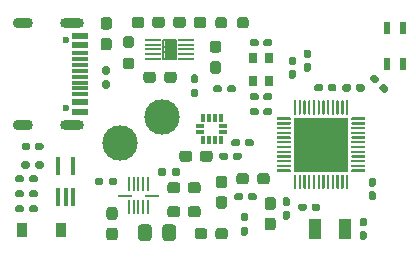
<source format=gbr>
%TF.GenerationSoftware,KiCad,Pcbnew,(5.1.9)-1*%
%TF.CreationDate,2021-05-29T14:53:35+02:00*%
%TF.ProjectId,Speed_sensor,53706565-645f-4736-956e-736f722e6b69,1.0*%
%TF.SameCoordinates,Original*%
%TF.FileFunction,Soldermask,Top*%
%TF.FilePolarity,Negative*%
%FSLAX46Y46*%
G04 Gerber Fmt 4.6, Leading zero omitted, Abs format (unit mm)*
G04 Created by KiCad (PCBNEW (5.1.9)-1) date 2021-05-29 14:53:35*
%MOMM*%
%LPD*%
G01*
G04 APERTURE LIST*
%ADD10C,0.152400*%
%ADD11R,0.400000X1.500000*%
%ADD12R,1.000000X1.800000*%
%ADD13R,0.900000X1.200000*%
%ADD14R,1.400000X0.230000*%
%ADD15R,0.914400X1.498600*%
%ADD16C,0.508000*%
%ADD17R,4.600000X4.600000*%
%ADD18R,0.750000X0.350000*%
%ADD19R,0.350000X0.750000*%
%ADD20R,0.800000X0.900000*%
%ADD21C,3.000000*%
%ADD22O,2.000000X0.900000*%
%ADD23O,1.700000X0.900000*%
%ADD24R,1.460000X0.300000*%
%ADD25C,0.600000*%
%ADD26R,1.460000X0.600000*%
%ADD27R,0.600000X1.000000*%
%ADD28R,0.203200X1.263600*%
%ADD29R,1.263600X0.203200*%
G04 APERTURE END LIST*
D10*
%TO.C,U1*%
X47155100Y-38785800D02*
X48196500Y-38785800D01*
X48196500Y-38785800D02*
X48196500Y-39398600D01*
X48196500Y-39398600D02*
X47155100Y-39398600D01*
X47155100Y-39398600D02*
X47155100Y-38785800D01*
X47155100Y-39798600D02*
X48196500Y-39798600D01*
X48196500Y-39798600D02*
X48196500Y-40411400D01*
X48196500Y-40411400D02*
X47155100Y-40411400D01*
X47155100Y-40411400D02*
X47155100Y-39798600D01*
X47155100Y-38785800D02*
X47475800Y-38785800D01*
X47475800Y-38785800D02*
X47475800Y-40411400D01*
X47475800Y-40411400D02*
X47155100Y-40411400D01*
X47155100Y-40411400D02*
X47155100Y-38785800D01*
X47875800Y-38785800D02*
X48196500Y-38785800D01*
X48196500Y-38785800D02*
X48196500Y-40411400D01*
X48196500Y-40411400D02*
X47875800Y-40411400D01*
X47875800Y-40411400D02*
X47875800Y-38785800D01*
X47675800Y-38849300D02*
X47675800Y-38849300D01*
X47675800Y-38849300D02*
X47675800Y-38849300D01*
X47675800Y-38849300D02*
X47675800Y-38849300D01*
X47675800Y-38849300D02*
X47675800Y-38849300D01*
X47675800Y-38849300D02*
X47675800Y-38849300D01*
X47675800Y-38849300D02*
X47675800Y-38849300D01*
X47675800Y-38849300D02*
X47675800Y-38849300D01*
X47675800Y-38849300D02*
X47675800Y-38849300D01*
X47675800Y-40347900D02*
X47675800Y-40347900D01*
X47675800Y-40347900D02*
X47675800Y-40347900D01*
X47675800Y-40347900D02*
X47675800Y-40347900D01*
X47675800Y-40347900D02*
X47675800Y-40347900D01*
X47675800Y-40347900D02*
X47675800Y-40347900D01*
X47675800Y-40347900D02*
X47675800Y-40347900D01*
X47675800Y-40347900D02*
X47675800Y-40347900D01*
X47675800Y-40347900D02*
X47675800Y-40347900D01*
%TD*%
%TO.C,R2*%
G36*
G01*
X43958500Y-40303000D02*
X44433500Y-40303000D01*
G75*
G02*
X44671000Y-40540500I0J-237500D01*
G01*
X44671000Y-41040500D01*
G75*
G02*
X44433500Y-41278000I-237500J0D01*
G01*
X43958500Y-41278000D01*
G75*
G02*
X43721000Y-41040500I0J237500D01*
G01*
X43721000Y-40540500D01*
G75*
G02*
X43958500Y-40303000I237500J0D01*
G01*
G37*
G36*
G01*
X43958500Y-38478000D02*
X44433500Y-38478000D01*
G75*
G02*
X44671000Y-38715500I0J-237500D01*
G01*
X44671000Y-39215500D01*
G75*
G02*
X44433500Y-39453000I-237500J0D01*
G01*
X43958500Y-39453000D01*
G75*
G02*
X43721000Y-39215500I0J237500D01*
G01*
X43721000Y-38715500D01*
G75*
G02*
X43958500Y-38478000I237500J0D01*
G01*
G37*
%TD*%
%TO.C,C22*%
G36*
G01*
X66175747Y-43051544D02*
X65956544Y-43270747D01*
G75*
G02*
X65737340Y-43270747I-109602J109602D01*
G01*
X65436819Y-42970226D01*
G75*
G02*
X65436819Y-42751022I109602J109602D01*
G01*
X65656022Y-42531819D01*
G75*
G02*
X65875226Y-42531819I109602J-109602D01*
G01*
X66175747Y-42832340D01*
G75*
G02*
X66175747Y-43051544I-109602J-109602D01*
G01*
G37*
G36*
G01*
X65373181Y-42248978D02*
X65153978Y-42468181D01*
G75*
G02*
X64934774Y-42468181I-109602J109602D01*
G01*
X64634253Y-42167660D01*
G75*
G02*
X64634253Y-41948456I109602J109602D01*
G01*
X64853456Y-41729253D01*
G75*
G02*
X65072660Y-41729253I109602J-109602D01*
G01*
X65373181Y-42029774D01*
G75*
G02*
X65373181Y-42248978I-109602J-109602D01*
G01*
G37*
%TD*%
D11*
%TO.C,U6*%
X38212000Y-49470000D03*
X39512000Y-49470000D03*
X39512000Y-52130000D03*
X38862000Y-52130000D03*
X38212000Y-52130000D03*
%TD*%
D12*
%TO.C,Y1*%
X62526000Y-54785000D03*
X60026000Y-54785000D03*
%TD*%
%TO.C,C1*%
G36*
G01*
X46198500Y-37550100D02*
X46198500Y-37075100D01*
G75*
G02*
X46436000Y-36837600I237500J0D01*
G01*
X47036000Y-36837600D01*
G75*
G02*
X47273500Y-37075100I0J-237500D01*
G01*
X47273500Y-37550100D01*
G75*
G02*
X47036000Y-37787600I-237500J0D01*
G01*
X46436000Y-37787600D01*
G75*
G02*
X46198500Y-37550100I0J237500D01*
G01*
G37*
G36*
G01*
X44473500Y-37550100D02*
X44473500Y-37075100D01*
G75*
G02*
X44711000Y-36837600I237500J0D01*
G01*
X45311000Y-36837600D01*
G75*
G02*
X45548500Y-37075100I0J-237500D01*
G01*
X45548500Y-37550100D01*
G75*
G02*
X45311000Y-37787600I-237500J0D01*
G01*
X44711000Y-37787600D01*
G75*
G02*
X44473500Y-37550100I0J237500D01*
G01*
G37*
%TD*%
%TO.C,C2*%
G36*
G01*
X50776500Y-37075100D02*
X50776500Y-37550100D01*
G75*
G02*
X50539000Y-37787600I-237500J0D01*
G01*
X49939000Y-37787600D01*
G75*
G02*
X49701500Y-37550100I0J237500D01*
G01*
X49701500Y-37075100D01*
G75*
G02*
X49939000Y-36837600I237500J0D01*
G01*
X50539000Y-36837600D01*
G75*
G02*
X50776500Y-37075100I0J-237500D01*
G01*
G37*
G36*
G01*
X49051500Y-37075100D02*
X49051500Y-37550100D01*
G75*
G02*
X48814000Y-37787600I-237500J0D01*
G01*
X48214000Y-37787600D01*
G75*
G02*
X47976500Y-37550100I0J237500D01*
G01*
X47976500Y-37075100D01*
G75*
G02*
X48214000Y-36837600I237500J0D01*
G01*
X48814000Y-36837600D01*
G75*
G02*
X49051500Y-37075100I0J-237500D01*
G01*
G37*
%TD*%
%TO.C,C4*%
G36*
G01*
X43036500Y-55756000D02*
X42561500Y-55756000D01*
G75*
G02*
X42324000Y-55518500I0J237500D01*
G01*
X42324000Y-54918500D01*
G75*
G02*
X42561500Y-54681000I237500J0D01*
G01*
X43036500Y-54681000D01*
G75*
G02*
X43274000Y-54918500I0J-237500D01*
G01*
X43274000Y-55518500D01*
G75*
G02*
X43036500Y-55756000I-237500J0D01*
G01*
G37*
G36*
G01*
X43036500Y-54031000D02*
X42561500Y-54031000D01*
G75*
G02*
X42324000Y-53793500I0J237500D01*
G01*
X42324000Y-53193500D01*
G75*
G02*
X42561500Y-52956000I237500J0D01*
G01*
X43036500Y-52956000D01*
G75*
G02*
X43274000Y-53193500I0J-237500D01*
G01*
X43274000Y-53793500D01*
G75*
G02*
X43036500Y-54031000I-237500J0D01*
G01*
G37*
%TD*%
%TO.C,C6*%
G36*
G01*
X49220000Y-51545500D02*
X49220000Y-51070500D01*
G75*
G02*
X49457500Y-50833000I237500J0D01*
G01*
X50057500Y-50833000D01*
G75*
G02*
X50295000Y-51070500I0J-237500D01*
G01*
X50295000Y-51545500D01*
G75*
G02*
X50057500Y-51783000I-237500J0D01*
G01*
X49457500Y-51783000D01*
G75*
G02*
X49220000Y-51545500I0J237500D01*
G01*
G37*
G36*
G01*
X47495000Y-51545500D02*
X47495000Y-51070500D01*
G75*
G02*
X47732500Y-50833000I237500J0D01*
G01*
X48332500Y-50833000D01*
G75*
G02*
X48570000Y-51070500I0J-237500D01*
G01*
X48570000Y-51545500D01*
G75*
G02*
X48332500Y-51783000I-237500J0D01*
G01*
X47732500Y-51783000D01*
G75*
G02*
X47495000Y-51545500I0J237500D01*
G01*
G37*
%TD*%
%TO.C,C7*%
G36*
G01*
X49220000Y-53577500D02*
X49220000Y-53102500D01*
G75*
G02*
X49457500Y-52865000I237500J0D01*
G01*
X50057500Y-52865000D01*
G75*
G02*
X50295000Y-53102500I0J-237500D01*
G01*
X50295000Y-53577500D01*
G75*
G02*
X50057500Y-53815000I-237500J0D01*
G01*
X49457500Y-53815000D01*
G75*
G02*
X49220000Y-53577500I0J237500D01*
G01*
G37*
G36*
G01*
X47495000Y-53577500D02*
X47495000Y-53102500D01*
G75*
G02*
X47732500Y-52865000I237500J0D01*
G01*
X48332500Y-52865000D01*
G75*
G02*
X48570000Y-53102500I0J-237500D01*
G01*
X48570000Y-53577500D01*
G75*
G02*
X48332500Y-53815000I-237500J0D01*
G01*
X47732500Y-53815000D01*
G75*
G02*
X47495000Y-53577500I0J237500D01*
G01*
G37*
%TD*%
%TO.C,C8*%
G36*
G01*
X55958500Y-52115000D02*
X56433500Y-52115000D01*
G75*
G02*
X56671000Y-52352500I0J-237500D01*
G01*
X56671000Y-52952500D01*
G75*
G02*
X56433500Y-53190000I-237500J0D01*
G01*
X55958500Y-53190000D01*
G75*
G02*
X55721000Y-52952500I0J237500D01*
G01*
X55721000Y-52352500D01*
G75*
G02*
X55958500Y-52115000I237500J0D01*
G01*
G37*
G36*
G01*
X55958500Y-53840000D02*
X56433500Y-53840000D01*
G75*
G02*
X56671000Y-54077500I0J-237500D01*
G01*
X56671000Y-54677500D01*
G75*
G02*
X56433500Y-54915000I-237500J0D01*
G01*
X55958500Y-54915000D01*
G75*
G02*
X55721000Y-54677500I0J237500D01*
G01*
X55721000Y-54077500D01*
G75*
G02*
X55958500Y-53840000I237500J0D01*
G01*
G37*
%TD*%
%TO.C,C9*%
G36*
G01*
X64677000Y-51615500D02*
X64987000Y-51615500D01*
G75*
G02*
X65142000Y-51770500I0J-155000D01*
G01*
X65142000Y-52195500D01*
G75*
G02*
X64987000Y-52350500I-155000J0D01*
G01*
X64677000Y-52350500D01*
G75*
G02*
X64522000Y-52195500I0J155000D01*
G01*
X64522000Y-51770500D01*
G75*
G02*
X64677000Y-51615500I155000J0D01*
G01*
G37*
G36*
G01*
X64677000Y-50480500D02*
X64987000Y-50480500D01*
G75*
G02*
X65142000Y-50635500I0J-155000D01*
G01*
X65142000Y-51060500D01*
G75*
G02*
X64987000Y-51215500I-155000J0D01*
G01*
X64677000Y-51215500D01*
G75*
G02*
X64522000Y-51060500I0J155000D01*
G01*
X64522000Y-50635500D01*
G75*
G02*
X64677000Y-50480500I155000J0D01*
G01*
G37*
%TD*%
%TO.C,C10*%
G36*
G01*
X55204000Y-44716000D02*
X55204000Y-45026000D01*
G75*
G02*
X55049000Y-45181000I-155000J0D01*
G01*
X54624000Y-45181000D01*
G75*
G02*
X54469000Y-45026000I0J155000D01*
G01*
X54469000Y-44716000D01*
G75*
G02*
X54624000Y-44561000I155000J0D01*
G01*
X55049000Y-44561000D01*
G75*
G02*
X55204000Y-44716000I0J-155000D01*
G01*
G37*
G36*
G01*
X56339000Y-44716000D02*
X56339000Y-45026000D01*
G75*
G02*
X56184000Y-45181000I-155000J0D01*
G01*
X55759000Y-45181000D01*
G75*
G02*
X55604000Y-45026000I0J155000D01*
G01*
X55604000Y-44716000D01*
G75*
G02*
X55759000Y-44561000I155000J0D01*
G01*
X56184000Y-44561000D01*
G75*
G02*
X56339000Y-44716000I0J-155000D01*
G01*
G37*
%TD*%
%TO.C,C11*%
G36*
G01*
X58215000Y-40948000D02*
X57905000Y-40948000D01*
G75*
G02*
X57750000Y-40793000I0J155000D01*
G01*
X57750000Y-40368000D01*
G75*
G02*
X57905000Y-40213000I155000J0D01*
G01*
X58215000Y-40213000D01*
G75*
G02*
X58370000Y-40368000I0J-155000D01*
G01*
X58370000Y-40793000D01*
G75*
G02*
X58215000Y-40948000I-155000J0D01*
G01*
G37*
G36*
G01*
X58215000Y-42083000D02*
X57905000Y-42083000D01*
G75*
G02*
X57750000Y-41928000I0J155000D01*
G01*
X57750000Y-41503000D01*
G75*
G02*
X57905000Y-41348000I155000J0D01*
G01*
X58215000Y-41348000D01*
G75*
G02*
X58370000Y-41503000I0J-155000D01*
G01*
X58370000Y-41928000D01*
G75*
G02*
X58215000Y-42083000I-155000J0D01*
G01*
G37*
%TD*%
%TO.C,C12*%
G36*
G01*
X59485000Y-41480000D02*
X59175000Y-41480000D01*
G75*
G02*
X59020000Y-41325000I0J155000D01*
G01*
X59020000Y-40900000D01*
G75*
G02*
X59175000Y-40745000I155000J0D01*
G01*
X59485000Y-40745000D01*
G75*
G02*
X59640000Y-40900000I0J-155000D01*
G01*
X59640000Y-41325000D01*
G75*
G02*
X59485000Y-41480000I-155000J0D01*
G01*
G37*
G36*
G01*
X59485000Y-40345000D02*
X59175000Y-40345000D01*
G75*
G02*
X59020000Y-40190000I0J155000D01*
G01*
X59020000Y-39765000D01*
G75*
G02*
X59175000Y-39610000I155000J0D01*
G01*
X59485000Y-39610000D01*
G75*
G02*
X59640000Y-39765000I0J-155000D01*
G01*
X59640000Y-40190000D01*
G75*
G02*
X59485000Y-40345000I-155000J0D01*
G01*
G37*
%TD*%
%TO.C,C13*%
G36*
G01*
X57395000Y-52131000D02*
X57705000Y-52131000D01*
G75*
G02*
X57860000Y-52286000I0J-155000D01*
G01*
X57860000Y-52711000D01*
G75*
G02*
X57705000Y-52866000I-155000J0D01*
G01*
X57395000Y-52866000D01*
G75*
G02*
X57240000Y-52711000I0J155000D01*
G01*
X57240000Y-52286000D01*
G75*
G02*
X57395000Y-52131000I155000J0D01*
G01*
G37*
G36*
G01*
X57395000Y-53266000D02*
X57705000Y-53266000D01*
G75*
G02*
X57860000Y-53421000I0J-155000D01*
G01*
X57860000Y-53846000D01*
G75*
G02*
X57705000Y-54001000I-155000J0D01*
G01*
X57395000Y-54001000D01*
G75*
G02*
X57240000Y-53846000I0J155000D01*
G01*
X57240000Y-53421000D01*
G75*
G02*
X57395000Y-53266000I155000J0D01*
G01*
G37*
%TD*%
%TO.C,C14*%
G36*
G01*
X51832500Y-52014000D02*
X52307500Y-52014000D01*
G75*
G02*
X52545000Y-52251500I0J-237500D01*
G01*
X52545000Y-52851500D01*
G75*
G02*
X52307500Y-53089000I-237500J0D01*
G01*
X51832500Y-53089000D01*
G75*
G02*
X51595000Y-52851500I0J237500D01*
G01*
X51595000Y-52251500D01*
G75*
G02*
X51832500Y-52014000I237500J0D01*
G01*
G37*
G36*
G01*
X51832500Y-50289000D02*
X52307500Y-50289000D01*
G75*
G02*
X52545000Y-50526500I0J-237500D01*
G01*
X52545000Y-51126500D01*
G75*
G02*
X52307500Y-51364000I-237500J0D01*
G01*
X51832500Y-51364000D01*
G75*
G02*
X51595000Y-51126500I0J237500D01*
G01*
X51595000Y-50526500D01*
G75*
G02*
X51832500Y-50289000I237500J0D01*
G01*
G37*
%TD*%
%TO.C,C15*%
G36*
G01*
X60433000Y-52804000D02*
X60433000Y-53114000D01*
G75*
G02*
X60278000Y-53269000I-155000J0D01*
G01*
X59853000Y-53269000D01*
G75*
G02*
X59698000Y-53114000I0J155000D01*
G01*
X59698000Y-52804000D01*
G75*
G02*
X59853000Y-52649000I155000J0D01*
G01*
X60278000Y-52649000D01*
G75*
G02*
X60433000Y-52804000I0J-155000D01*
G01*
G37*
G36*
G01*
X59298000Y-52804000D02*
X59298000Y-53114000D01*
G75*
G02*
X59143000Y-53269000I-155000J0D01*
G01*
X58718000Y-53269000D01*
G75*
G02*
X58563000Y-53114000I0J155000D01*
G01*
X58563000Y-52804000D01*
G75*
G02*
X58718000Y-52649000I155000J0D01*
G01*
X59143000Y-52649000D01*
G75*
G02*
X59298000Y-52804000I0J-155000D01*
G01*
G37*
%TD*%
%TO.C,C16*%
G36*
G01*
X63915000Y-53850000D02*
X64225000Y-53850000D01*
G75*
G02*
X64380000Y-54005000I0J-155000D01*
G01*
X64380000Y-54430000D01*
G75*
G02*
X64225000Y-54585000I-155000J0D01*
G01*
X63915000Y-54585000D01*
G75*
G02*
X63760000Y-54430000I0J155000D01*
G01*
X63760000Y-54005000D01*
G75*
G02*
X63915000Y-53850000I155000J0D01*
G01*
G37*
G36*
G01*
X63915000Y-54985000D02*
X64225000Y-54985000D01*
G75*
G02*
X64380000Y-55140000I0J-155000D01*
G01*
X64380000Y-55565000D01*
G75*
G02*
X64225000Y-55720000I-155000J0D01*
G01*
X63915000Y-55720000D01*
G75*
G02*
X63760000Y-55565000I0J155000D01*
G01*
X63760000Y-55140000D01*
G75*
G02*
X63915000Y-54985000I155000J0D01*
G01*
G37*
%TD*%
%TO.C,C17*%
G36*
G01*
X61064000Y-43003000D02*
X61064000Y-42693000D01*
G75*
G02*
X61219000Y-42538000I155000J0D01*
G01*
X61644000Y-42538000D01*
G75*
G02*
X61799000Y-42693000I0J-155000D01*
G01*
X61799000Y-43003000D01*
G75*
G02*
X61644000Y-43158000I-155000J0D01*
G01*
X61219000Y-43158000D01*
G75*
G02*
X61064000Y-43003000I0J155000D01*
G01*
G37*
G36*
G01*
X59929000Y-43003000D02*
X59929000Y-42693000D01*
G75*
G02*
X60084000Y-42538000I155000J0D01*
G01*
X60509000Y-42538000D01*
G75*
G02*
X60664000Y-42693000I0J-155000D01*
G01*
X60664000Y-43003000D01*
G75*
G02*
X60509000Y-43158000I-155000J0D01*
G01*
X60084000Y-43158000D01*
G75*
G02*
X59929000Y-43003000I0J155000D01*
G01*
G37*
%TD*%
%TO.C,C18*%
G36*
G01*
X54469000Y-39184000D02*
X54469000Y-38874000D01*
G75*
G02*
X54624000Y-38719000I155000J0D01*
G01*
X55049000Y-38719000D01*
G75*
G02*
X55204000Y-38874000I0J-155000D01*
G01*
X55204000Y-39184000D01*
G75*
G02*
X55049000Y-39339000I-155000J0D01*
G01*
X54624000Y-39339000D01*
G75*
G02*
X54469000Y-39184000I0J155000D01*
G01*
G37*
G36*
G01*
X55604000Y-39184000D02*
X55604000Y-38874000D01*
G75*
G02*
X55759000Y-38719000I155000J0D01*
G01*
X56184000Y-38719000D01*
G75*
G02*
X56339000Y-38874000I0J-155000D01*
G01*
X56339000Y-39184000D01*
G75*
G02*
X56184000Y-39339000I-155000J0D01*
G01*
X55759000Y-39339000D01*
G75*
G02*
X55604000Y-39184000I0J155000D01*
G01*
G37*
%TD*%
%TO.C,C19*%
G36*
G01*
X55204000Y-43446000D02*
X55204000Y-43756000D01*
G75*
G02*
X55049000Y-43911000I-155000J0D01*
G01*
X54624000Y-43911000D01*
G75*
G02*
X54469000Y-43756000I0J155000D01*
G01*
X54469000Y-43446000D01*
G75*
G02*
X54624000Y-43291000I155000J0D01*
G01*
X55049000Y-43291000D01*
G75*
G02*
X55204000Y-43446000I0J-155000D01*
G01*
G37*
G36*
G01*
X56339000Y-43446000D02*
X56339000Y-43756000D01*
G75*
G02*
X56184000Y-43911000I-155000J0D01*
G01*
X55759000Y-43911000D01*
G75*
G02*
X55604000Y-43756000I0J155000D01*
G01*
X55604000Y-43446000D01*
G75*
G02*
X55759000Y-43291000I155000J0D01*
G01*
X56184000Y-43291000D01*
G75*
G02*
X56339000Y-43446000I0J-155000D01*
G01*
G37*
%TD*%
%TO.C,C20*%
G36*
G01*
X51897000Y-48796000D02*
X51897000Y-48486000D01*
G75*
G02*
X52052000Y-48331000I155000J0D01*
G01*
X52477000Y-48331000D01*
G75*
G02*
X52632000Y-48486000I0J-155000D01*
G01*
X52632000Y-48796000D01*
G75*
G02*
X52477000Y-48951000I-155000J0D01*
G01*
X52052000Y-48951000D01*
G75*
G02*
X51897000Y-48796000I0J155000D01*
G01*
G37*
G36*
G01*
X53032000Y-48796000D02*
X53032000Y-48486000D01*
G75*
G02*
X53187000Y-48331000I155000J0D01*
G01*
X53612000Y-48331000D01*
G75*
G02*
X53767000Y-48486000I0J-155000D01*
G01*
X53767000Y-48796000D01*
G75*
G02*
X53612000Y-48951000I-155000J0D01*
G01*
X53187000Y-48951000D01*
G75*
G02*
X53032000Y-48796000I0J155000D01*
G01*
G37*
%TD*%
%TO.C,C21*%
G36*
G01*
X51311000Y-48403500D02*
X51311000Y-48878500D01*
G75*
G02*
X51073500Y-49116000I-237500J0D01*
G01*
X50473500Y-49116000D01*
G75*
G02*
X50236000Y-48878500I0J237500D01*
G01*
X50236000Y-48403500D01*
G75*
G02*
X50473500Y-48166000I237500J0D01*
G01*
X51073500Y-48166000D01*
G75*
G02*
X51311000Y-48403500I0J-237500D01*
G01*
G37*
G36*
G01*
X49586000Y-48403500D02*
X49586000Y-48878500D01*
G75*
G02*
X49348500Y-49116000I-237500J0D01*
G01*
X48748500Y-49116000D01*
G75*
G02*
X48511000Y-48878500I0J237500D01*
G01*
X48511000Y-48403500D01*
G75*
G02*
X48748500Y-48166000I237500J0D01*
G01*
X49348500Y-48166000D01*
G75*
G02*
X49586000Y-48403500I0J-237500D01*
G01*
G37*
%TD*%
%TO.C,D1*%
G36*
G01*
X42545500Y-39674000D02*
X42070500Y-39674000D01*
G75*
G02*
X41833000Y-39436500I0J237500D01*
G01*
X41833000Y-38861500D01*
G75*
G02*
X42070500Y-38624000I237500J0D01*
G01*
X42545500Y-38624000D01*
G75*
G02*
X42783000Y-38861500I0J-237500D01*
G01*
X42783000Y-39436500D01*
G75*
G02*
X42545500Y-39674000I-237500J0D01*
G01*
G37*
G36*
G01*
X42545500Y-37924000D02*
X42070500Y-37924000D01*
G75*
G02*
X41833000Y-37686500I0J237500D01*
G01*
X41833000Y-37111500D01*
G75*
G02*
X42070500Y-36874000I237500J0D01*
G01*
X42545500Y-36874000D01*
G75*
G02*
X42783000Y-37111500I0J-237500D01*
G01*
X42783000Y-37686500D01*
G75*
G02*
X42545500Y-37924000I-237500J0D01*
G01*
G37*
%TD*%
%TO.C,D2*%
G36*
G01*
X45463000Y-42198300D02*
X45463000Y-41723300D01*
G75*
G02*
X45700500Y-41485800I237500J0D01*
G01*
X46275500Y-41485800D01*
G75*
G02*
X46513000Y-41723300I0J-237500D01*
G01*
X46513000Y-42198300D01*
G75*
G02*
X46275500Y-42435800I-237500J0D01*
G01*
X45700500Y-42435800D01*
G75*
G02*
X45463000Y-42198300I0J237500D01*
G01*
G37*
G36*
G01*
X47213000Y-42198300D02*
X47213000Y-41723300D01*
G75*
G02*
X47450500Y-41485800I237500J0D01*
G01*
X48025500Y-41485800D01*
G75*
G02*
X48263000Y-41723300I0J-237500D01*
G01*
X48263000Y-42198300D01*
G75*
G02*
X48025500Y-42435800I-237500J0D01*
G01*
X47450500Y-42435800D01*
G75*
G02*
X47213000Y-42198300I0J237500D01*
G01*
G37*
%TD*%
%TO.C,D3*%
G36*
G01*
X51324500Y-40597600D02*
X51799500Y-40597600D01*
G75*
G02*
X52037000Y-40835100I0J-237500D01*
G01*
X52037000Y-41410100D01*
G75*
G02*
X51799500Y-41647600I-237500J0D01*
G01*
X51324500Y-41647600D01*
G75*
G02*
X51087000Y-41410100I0J237500D01*
G01*
X51087000Y-40835100D01*
G75*
G02*
X51324500Y-40597600I237500J0D01*
G01*
G37*
G36*
G01*
X51324500Y-38847600D02*
X51799500Y-38847600D01*
G75*
G02*
X52037000Y-39085100I0J-237500D01*
G01*
X52037000Y-39660100D01*
G75*
G02*
X51799500Y-39897600I-237500J0D01*
G01*
X51324500Y-39897600D01*
G75*
G02*
X51087000Y-39660100I0J237500D01*
G01*
X51087000Y-39085100D01*
G75*
G02*
X51324500Y-38847600I237500J0D01*
G01*
G37*
%TD*%
D13*
%TO.C,D4*%
X38480000Y-54864000D03*
X35180000Y-54864000D03*
%TD*%
%TO.C,D5*%
G36*
G01*
X50850000Y-54962500D02*
X50850000Y-55437500D01*
G75*
G02*
X50612500Y-55675000I-237500J0D01*
G01*
X50037500Y-55675000D01*
G75*
G02*
X49800000Y-55437500I0J237500D01*
G01*
X49800000Y-54962500D01*
G75*
G02*
X50037500Y-54725000I237500J0D01*
G01*
X50612500Y-54725000D01*
G75*
G02*
X50850000Y-54962500I0J-237500D01*
G01*
G37*
G36*
G01*
X52600000Y-54962500D02*
X52600000Y-55437500D01*
G75*
G02*
X52362500Y-55675000I-237500J0D01*
G01*
X51787500Y-55675000D01*
G75*
G02*
X51550000Y-55437500I0J237500D01*
G01*
X51550000Y-54962500D01*
G75*
G02*
X51787500Y-54725000I237500J0D01*
G01*
X52362500Y-54725000D01*
G75*
G02*
X52600000Y-54962500I0J-237500D01*
G01*
G37*
%TD*%
%TO.C,L2*%
G36*
G01*
X55057000Y-51910000D02*
X55057000Y-52230000D01*
G75*
G02*
X54897000Y-52390000I-160000J0D01*
G01*
X54452000Y-52390000D01*
G75*
G02*
X54292000Y-52230000I0J160000D01*
G01*
X54292000Y-51910000D01*
G75*
G02*
X54452000Y-51750000I160000J0D01*
G01*
X54897000Y-51750000D01*
G75*
G02*
X55057000Y-51910000I0J-160000D01*
G01*
G37*
G36*
G01*
X53912000Y-51910000D02*
X53912000Y-52230000D01*
G75*
G02*
X53752000Y-52390000I-160000J0D01*
G01*
X53307000Y-52390000D01*
G75*
G02*
X53147000Y-52230000I0J160000D01*
G01*
X53147000Y-51910000D01*
G75*
G02*
X53307000Y-51750000I160000J0D01*
G01*
X53752000Y-51750000D01*
G75*
G02*
X53912000Y-51910000I0J-160000D01*
G01*
G37*
%TD*%
%TO.C,L3*%
G36*
G01*
X56137000Y-50308500D02*
X56137000Y-50783500D01*
G75*
G02*
X55899500Y-51021000I-237500J0D01*
G01*
X55324500Y-51021000D01*
G75*
G02*
X55087000Y-50783500I0J237500D01*
G01*
X55087000Y-50308500D01*
G75*
G02*
X55324500Y-50071000I237500J0D01*
G01*
X55899500Y-50071000D01*
G75*
G02*
X56137000Y-50308500I0J-237500D01*
G01*
G37*
G36*
G01*
X54387000Y-50308500D02*
X54387000Y-50783500D01*
G75*
G02*
X54149500Y-51021000I-237500J0D01*
G01*
X53574500Y-51021000D01*
G75*
G02*
X53337000Y-50783500I0J237500D01*
G01*
X53337000Y-50308500D01*
G75*
G02*
X53574500Y-50071000I237500J0D01*
G01*
X54149500Y-50071000D01*
G75*
G02*
X54387000Y-50308500I0J-237500D01*
G01*
G37*
%TD*%
%TO.C,L4*%
G36*
G01*
X63056000Y-42688000D02*
X63056000Y-43008000D01*
G75*
G02*
X62896000Y-43168000I-160000J0D01*
G01*
X62451000Y-43168000D01*
G75*
G02*
X62291000Y-43008000I0J160000D01*
G01*
X62291000Y-42688000D01*
G75*
G02*
X62451000Y-42528000I160000J0D01*
G01*
X62896000Y-42528000D01*
G75*
G02*
X63056000Y-42688000I0J-160000D01*
G01*
G37*
G36*
G01*
X64201000Y-42688000D02*
X64201000Y-43008000D01*
G75*
G02*
X64041000Y-43168000I-160000J0D01*
G01*
X63596000Y-43168000D01*
G75*
G02*
X63436000Y-43008000I0J160000D01*
G01*
X63436000Y-42688000D01*
G75*
G02*
X63596000Y-42528000I160000J0D01*
G01*
X64041000Y-42528000D01*
G75*
G02*
X64201000Y-42688000I0J-160000D01*
G01*
G37*
%TD*%
%TO.C,R3*%
G36*
G01*
X54357100Y-37100500D02*
X54357100Y-37575500D01*
G75*
G02*
X54119600Y-37813000I-237500J0D01*
G01*
X53619600Y-37813000D01*
G75*
G02*
X53382100Y-37575500I0J237500D01*
G01*
X53382100Y-37100500D01*
G75*
G02*
X53619600Y-36863000I237500J0D01*
G01*
X54119600Y-36863000D01*
G75*
G02*
X54357100Y-37100500I0J-237500D01*
G01*
G37*
G36*
G01*
X52532100Y-37100500D02*
X52532100Y-37575500D01*
G75*
G02*
X52294600Y-37813000I-237500J0D01*
G01*
X51794600Y-37813000D01*
G75*
G02*
X51557100Y-37575500I0J237500D01*
G01*
X51557100Y-37100500D01*
G75*
G02*
X51794600Y-36863000I237500J0D01*
G01*
X52294600Y-36863000D01*
G75*
G02*
X52532100Y-37100500I0J-237500D01*
G01*
G37*
%TD*%
%TO.C,R6*%
G36*
G01*
X34605000Y-53246000D02*
X34605000Y-52926000D01*
G75*
G02*
X34765000Y-52766000I160000J0D01*
G01*
X35160000Y-52766000D01*
G75*
G02*
X35320000Y-52926000I0J-160000D01*
G01*
X35320000Y-53246000D01*
G75*
G02*
X35160000Y-53406000I-160000J0D01*
G01*
X34765000Y-53406000D01*
G75*
G02*
X34605000Y-53246000I0J160000D01*
G01*
G37*
G36*
G01*
X35800000Y-53246000D02*
X35800000Y-52926000D01*
G75*
G02*
X35960000Y-52766000I160000J0D01*
G01*
X36355000Y-52766000D01*
G75*
G02*
X36515000Y-52926000I0J-160000D01*
G01*
X36515000Y-53246000D01*
G75*
G02*
X36355000Y-53406000I-160000J0D01*
G01*
X35960000Y-53406000D01*
G75*
G02*
X35800000Y-53246000I0J160000D01*
G01*
G37*
%TD*%
%TO.C,R7*%
G36*
G01*
X35800000Y-51976000D02*
X35800000Y-51656000D01*
G75*
G02*
X35960000Y-51496000I160000J0D01*
G01*
X36355000Y-51496000D01*
G75*
G02*
X36515000Y-51656000I0J-160000D01*
G01*
X36515000Y-51976000D01*
G75*
G02*
X36355000Y-52136000I-160000J0D01*
G01*
X35960000Y-52136000D01*
G75*
G02*
X35800000Y-51976000I0J160000D01*
G01*
G37*
G36*
G01*
X34605000Y-51976000D02*
X34605000Y-51656000D01*
G75*
G02*
X34765000Y-51496000I160000J0D01*
G01*
X35160000Y-51496000D01*
G75*
G02*
X35320000Y-51656000I0J-160000D01*
G01*
X35320000Y-51976000D01*
G75*
G02*
X35160000Y-52136000I-160000J0D01*
G01*
X34765000Y-52136000D01*
G75*
G02*
X34605000Y-51976000I0J160000D01*
G01*
G37*
%TD*%
%TO.C,R8*%
G36*
G01*
X36515000Y-50386000D02*
X36515000Y-50706000D01*
G75*
G02*
X36355000Y-50866000I-160000J0D01*
G01*
X35960000Y-50866000D01*
G75*
G02*
X35800000Y-50706000I0J160000D01*
G01*
X35800000Y-50386000D01*
G75*
G02*
X35960000Y-50226000I160000J0D01*
G01*
X36355000Y-50226000D01*
G75*
G02*
X36515000Y-50386000I0J-160000D01*
G01*
G37*
G36*
G01*
X35320000Y-50386000D02*
X35320000Y-50706000D01*
G75*
G02*
X35160000Y-50866000I-160000J0D01*
G01*
X34765000Y-50866000D01*
G75*
G02*
X34605000Y-50706000I0J160000D01*
G01*
X34605000Y-50386000D01*
G75*
G02*
X34765000Y-50226000I160000J0D01*
G01*
X35160000Y-50226000D01*
G75*
G02*
X35320000Y-50386000I0J-160000D01*
G01*
G37*
%TD*%
%TO.C,R9*%
G36*
G01*
X37023000Y-49243000D02*
X37023000Y-49563000D01*
G75*
G02*
X36863000Y-49723000I-160000J0D01*
G01*
X36468000Y-49723000D01*
G75*
G02*
X36308000Y-49563000I0J160000D01*
G01*
X36308000Y-49243000D01*
G75*
G02*
X36468000Y-49083000I160000J0D01*
G01*
X36863000Y-49083000D01*
G75*
G02*
X37023000Y-49243000I0J-160000D01*
G01*
G37*
G36*
G01*
X35828000Y-49243000D02*
X35828000Y-49563000D01*
G75*
G02*
X35668000Y-49723000I-160000J0D01*
G01*
X35273000Y-49723000D01*
G75*
G02*
X35113000Y-49563000I0J160000D01*
G01*
X35113000Y-49243000D01*
G75*
G02*
X35273000Y-49083000I160000J0D01*
G01*
X35668000Y-49083000D01*
G75*
G02*
X35828000Y-49243000I0J-160000D01*
G01*
G37*
%TD*%
%TO.C,R10*%
G36*
G01*
X42051000Y-50640000D02*
X42051000Y-50960000D01*
G75*
G02*
X41891000Y-51120000I-160000J0D01*
G01*
X41496000Y-51120000D01*
G75*
G02*
X41336000Y-50960000I0J160000D01*
G01*
X41336000Y-50640000D01*
G75*
G02*
X41496000Y-50480000I160000J0D01*
G01*
X41891000Y-50480000D01*
G75*
G02*
X42051000Y-50640000I0J-160000D01*
G01*
G37*
G36*
G01*
X43246000Y-50640000D02*
X43246000Y-50960000D01*
G75*
G02*
X43086000Y-51120000I-160000J0D01*
G01*
X42691000Y-51120000D01*
G75*
G02*
X42531000Y-50960000I0J160000D01*
G01*
X42531000Y-50640000D01*
G75*
G02*
X42691000Y-50480000I160000J0D01*
G01*
X43086000Y-50480000D01*
G75*
G02*
X43246000Y-50640000I0J-160000D01*
G01*
G37*
%TD*%
%TO.C,R12*%
G36*
G01*
X47865000Y-50134500D02*
X47865000Y-49814500D01*
G75*
G02*
X48025000Y-49654500I160000J0D01*
G01*
X48420000Y-49654500D01*
G75*
G02*
X48580000Y-49814500I0J-160000D01*
G01*
X48580000Y-50134500D01*
G75*
G02*
X48420000Y-50294500I-160000J0D01*
G01*
X48025000Y-50294500D01*
G75*
G02*
X47865000Y-50134500I0J160000D01*
G01*
G37*
G36*
G01*
X46670000Y-50134500D02*
X46670000Y-49814500D01*
G75*
G02*
X46830000Y-49654500I160000J0D01*
G01*
X47225000Y-49654500D01*
G75*
G02*
X47385000Y-49814500I0J-160000D01*
G01*
X47385000Y-50134500D01*
G75*
G02*
X47225000Y-50294500I-160000J0D01*
G01*
X46830000Y-50294500D01*
G75*
G02*
X46670000Y-50134500I0J160000D01*
G01*
G37*
%TD*%
D14*
%TO.C,U1*%
X46275800Y-38798599D03*
X46275800Y-39198601D03*
X46275800Y-39598600D03*
X46275800Y-39998599D03*
X46275800Y-40398601D03*
X49075800Y-40398601D03*
X49075800Y-39998599D03*
X49075800Y-39598600D03*
X49075800Y-39198601D03*
X49075800Y-38798599D03*
D15*
X47675800Y-39598600D03*
D16*
X47675800Y-39598600D03*
%TD*%
%TO.C,U4*%
G36*
G01*
X58351300Y-51412840D02*
X58251300Y-51412840D01*
G75*
G02*
X58201300Y-51362840I0J50000D01*
G01*
X58201300Y-50262840D01*
G75*
G02*
X58251300Y-50212840I50000J0D01*
G01*
X58351300Y-50212840D01*
G75*
G02*
X58401300Y-50262840I0J-50000D01*
G01*
X58401300Y-51362840D01*
G75*
G02*
X58351300Y-51412840I-50000J0D01*
G01*
G37*
G36*
G01*
X58751300Y-51412840D02*
X58651300Y-51412840D01*
G75*
G02*
X58601300Y-51362840I0J50000D01*
G01*
X58601300Y-50262840D01*
G75*
G02*
X58651300Y-50212840I50000J0D01*
G01*
X58751300Y-50212840D01*
G75*
G02*
X58801300Y-50262840I0J-50000D01*
G01*
X58801300Y-51362840D01*
G75*
G02*
X58751300Y-51412840I-50000J0D01*
G01*
G37*
G36*
G01*
X59151300Y-51412840D02*
X59051300Y-51412840D01*
G75*
G02*
X59001300Y-51362840I0J50000D01*
G01*
X59001300Y-50262840D01*
G75*
G02*
X59051300Y-50212840I50000J0D01*
G01*
X59151300Y-50212840D01*
G75*
G02*
X59201300Y-50262840I0J-50000D01*
G01*
X59201300Y-51362840D01*
G75*
G02*
X59151300Y-51412840I-50000J0D01*
G01*
G37*
G36*
G01*
X59551300Y-51412840D02*
X59451300Y-51412840D01*
G75*
G02*
X59401300Y-51362840I0J50000D01*
G01*
X59401300Y-50262840D01*
G75*
G02*
X59451300Y-50212840I50000J0D01*
G01*
X59551300Y-50212840D01*
G75*
G02*
X59601300Y-50262840I0J-50000D01*
G01*
X59601300Y-51362840D01*
G75*
G02*
X59551300Y-51412840I-50000J0D01*
G01*
G37*
G36*
G01*
X59951300Y-51412840D02*
X59851300Y-51412840D01*
G75*
G02*
X59801300Y-51362840I0J50000D01*
G01*
X59801300Y-50262840D01*
G75*
G02*
X59851300Y-50212840I50000J0D01*
G01*
X59951300Y-50212840D01*
G75*
G02*
X60001300Y-50262840I0J-50000D01*
G01*
X60001300Y-51362840D01*
G75*
G02*
X59951300Y-51412840I-50000J0D01*
G01*
G37*
G36*
G01*
X60351300Y-51412840D02*
X60251300Y-51412840D01*
G75*
G02*
X60201300Y-51362840I0J50000D01*
G01*
X60201300Y-50262840D01*
G75*
G02*
X60251300Y-50212840I50000J0D01*
G01*
X60351300Y-50212840D01*
G75*
G02*
X60401300Y-50262840I0J-50000D01*
G01*
X60401300Y-51362840D01*
G75*
G02*
X60351300Y-51412840I-50000J0D01*
G01*
G37*
G36*
G01*
X60751300Y-51412840D02*
X60651300Y-51412840D01*
G75*
G02*
X60601300Y-51362840I0J50000D01*
G01*
X60601300Y-50262840D01*
G75*
G02*
X60651300Y-50212840I50000J0D01*
G01*
X60751300Y-50212840D01*
G75*
G02*
X60801300Y-50262840I0J-50000D01*
G01*
X60801300Y-51362840D01*
G75*
G02*
X60751300Y-51412840I-50000J0D01*
G01*
G37*
G36*
G01*
X61151300Y-51412840D02*
X61051300Y-51412840D01*
G75*
G02*
X61001300Y-51362840I0J50000D01*
G01*
X61001300Y-50262840D01*
G75*
G02*
X61051300Y-50212840I50000J0D01*
G01*
X61151300Y-50212840D01*
G75*
G02*
X61201300Y-50262840I0J-50000D01*
G01*
X61201300Y-51362840D01*
G75*
G02*
X61151300Y-51412840I-50000J0D01*
G01*
G37*
G36*
G01*
X61551300Y-51412840D02*
X61451300Y-51412840D01*
G75*
G02*
X61401300Y-51362840I0J50000D01*
G01*
X61401300Y-50262840D01*
G75*
G02*
X61451300Y-50212840I50000J0D01*
G01*
X61551300Y-50212840D01*
G75*
G02*
X61601300Y-50262840I0J-50000D01*
G01*
X61601300Y-51362840D01*
G75*
G02*
X61551300Y-51412840I-50000J0D01*
G01*
G37*
G36*
G01*
X61951300Y-51412840D02*
X61851300Y-51412840D01*
G75*
G02*
X61801300Y-51362840I0J50000D01*
G01*
X61801300Y-50262840D01*
G75*
G02*
X61851300Y-50212840I50000J0D01*
G01*
X61951300Y-50212840D01*
G75*
G02*
X62001300Y-50262840I0J-50000D01*
G01*
X62001300Y-51362840D01*
G75*
G02*
X61951300Y-51412840I-50000J0D01*
G01*
G37*
G36*
G01*
X62351300Y-51412840D02*
X62251300Y-51412840D01*
G75*
G02*
X62201300Y-51362840I0J50000D01*
G01*
X62201300Y-50262840D01*
G75*
G02*
X62251300Y-50212840I50000J0D01*
G01*
X62351300Y-50212840D01*
G75*
G02*
X62401300Y-50262840I0J-50000D01*
G01*
X62401300Y-51362840D01*
G75*
G02*
X62351300Y-51412840I-50000J0D01*
G01*
G37*
G36*
G01*
X62751300Y-51412840D02*
X62651300Y-51412840D01*
G75*
G02*
X62601300Y-51362840I0J50000D01*
G01*
X62601300Y-50262840D01*
G75*
G02*
X62651300Y-50212840I50000J0D01*
G01*
X62751300Y-50212840D01*
G75*
G02*
X62801300Y-50262840I0J-50000D01*
G01*
X62801300Y-51362840D01*
G75*
G02*
X62751300Y-51412840I-50000J0D01*
G01*
G37*
G36*
G01*
X64201300Y-49962840D02*
X63101300Y-49962840D01*
G75*
G02*
X63051300Y-49912840I0J50000D01*
G01*
X63051300Y-49812840D01*
G75*
G02*
X63101300Y-49762840I50000J0D01*
G01*
X64201300Y-49762840D01*
G75*
G02*
X64251300Y-49812840I0J-50000D01*
G01*
X64251300Y-49912840D01*
G75*
G02*
X64201300Y-49962840I-50000J0D01*
G01*
G37*
G36*
G01*
X64201300Y-49562840D02*
X63101300Y-49562840D01*
G75*
G02*
X63051300Y-49512840I0J50000D01*
G01*
X63051300Y-49412840D01*
G75*
G02*
X63101300Y-49362840I50000J0D01*
G01*
X64201300Y-49362840D01*
G75*
G02*
X64251300Y-49412840I0J-50000D01*
G01*
X64251300Y-49512840D01*
G75*
G02*
X64201300Y-49562840I-50000J0D01*
G01*
G37*
G36*
G01*
X64201300Y-49162840D02*
X63101300Y-49162840D01*
G75*
G02*
X63051300Y-49112840I0J50000D01*
G01*
X63051300Y-49012840D01*
G75*
G02*
X63101300Y-48962840I50000J0D01*
G01*
X64201300Y-48962840D01*
G75*
G02*
X64251300Y-49012840I0J-50000D01*
G01*
X64251300Y-49112840D01*
G75*
G02*
X64201300Y-49162840I-50000J0D01*
G01*
G37*
G36*
G01*
X64201300Y-48762840D02*
X63101300Y-48762840D01*
G75*
G02*
X63051300Y-48712840I0J50000D01*
G01*
X63051300Y-48612840D01*
G75*
G02*
X63101300Y-48562840I50000J0D01*
G01*
X64201300Y-48562840D01*
G75*
G02*
X64251300Y-48612840I0J-50000D01*
G01*
X64251300Y-48712840D01*
G75*
G02*
X64201300Y-48762840I-50000J0D01*
G01*
G37*
G36*
G01*
X64201300Y-48362840D02*
X63101300Y-48362840D01*
G75*
G02*
X63051300Y-48312840I0J50000D01*
G01*
X63051300Y-48212840D01*
G75*
G02*
X63101300Y-48162840I50000J0D01*
G01*
X64201300Y-48162840D01*
G75*
G02*
X64251300Y-48212840I0J-50000D01*
G01*
X64251300Y-48312840D01*
G75*
G02*
X64201300Y-48362840I-50000J0D01*
G01*
G37*
G36*
G01*
X64201300Y-47962840D02*
X63101300Y-47962840D01*
G75*
G02*
X63051300Y-47912840I0J50000D01*
G01*
X63051300Y-47812840D01*
G75*
G02*
X63101300Y-47762840I50000J0D01*
G01*
X64201300Y-47762840D01*
G75*
G02*
X64251300Y-47812840I0J-50000D01*
G01*
X64251300Y-47912840D01*
G75*
G02*
X64201300Y-47962840I-50000J0D01*
G01*
G37*
G36*
G01*
X64201300Y-47562840D02*
X63101300Y-47562840D01*
G75*
G02*
X63051300Y-47512840I0J50000D01*
G01*
X63051300Y-47412840D01*
G75*
G02*
X63101300Y-47362840I50000J0D01*
G01*
X64201300Y-47362840D01*
G75*
G02*
X64251300Y-47412840I0J-50000D01*
G01*
X64251300Y-47512840D01*
G75*
G02*
X64201300Y-47562840I-50000J0D01*
G01*
G37*
G36*
G01*
X64201300Y-47162840D02*
X63101300Y-47162840D01*
G75*
G02*
X63051300Y-47112840I0J50000D01*
G01*
X63051300Y-47012840D01*
G75*
G02*
X63101300Y-46962840I50000J0D01*
G01*
X64201300Y-46962840D01*
G75*
G02*
X64251300Y-47012840I0J-50000D01*
G01*
X64251300Y-47112840D01*
G75*
G02*
X64201300Y-47162840I-50000J0D01*
G01*
G37*
G36*
G01*
X64201300Y-46762840D02*
X63101300Y-46762840D01*
G75*
G02*
X63051300Y-46712840I0J50000D01*
G01*
X63051300Y-46612840D01*
G75*
G02*
X63101300Y-46562840I50000J0D01*
G01*
X64201300Y-46562840D01*
G75*
G02*
X64251300Y-46612840I0J-50000D01*
G01*
X64251300Y-46712840D01*
G75*
G02*
X64201300Y-46762840I-50000J0D01*
G01*
G37*
G36*
G01*
X64201300Y-46362840D02*
X63101300Y-46362840D01*
G75*
G02*
X63051300Y-46312840I0J50000D01*
G01*
X63051300Y-46212840D01*
G75*
G02*
X63101300Y-46162840I50000J0D01*
G01*
X64201300Y-46162840D01*
G75*
G02*
X64251300Y-46212840I0J-50000D01*
G01*
X64251300Y-46312840D01*
G75*
G02*
X64201300Y-46362840I-50000J0D01*
G01*
G37*
G36*
G01*
X64201300Y-45962840D02*
X63101300Y-45962840D01*
G75*
G02*
X63051300Y-45912840I0J50000D01*
G01*
X63051300Y-45812840D01*
G75*
G02*
X63101300Y-45762840I50000J0D01*
G01*
X64201300Y-45762840D01*
G75*
G02*
X64251300Y-45812840I0J-50000D01*
G01*
X64251300Y-45912840D01*
G75*
G02*
X64201300Y-45962840I-50000J0D01*
G01*
G37*
G36*
G01*
X64201300Y-45562840D02*
X63101300Y-45562840D01*
G75*
G02*
X63051300Y-45512840I0J50000D01*
G01*
X63051300Y-45412840D01*
G75*
G02*
X63101300Y-45362840I50000J0D01*
G01*
X64201300Y-45362840D01*
G75*
G02*
X64251300Y-45412840I0J-50000D01*
G01*
X64251300Y-45512840D01*
G75*
G02*
X64201300Y-45562840I-50000J0D01*
G01*
G37*
G36*
G01*
X62751300Y-45112840D02*
X62651300Y-45112840D01*
G75*
G02*
X62601300Y-45062840I0J50000D01*
G01*
X62601300Y-43962840D01*
G75*
G02*
X62651300Y-43912840I50000J0D01*
G01*
X62751300Y-43912840D01*
G75*
G02*
X62801300Y-43962840I0J-50000D01*
G01*
X62801300Y-45062840D01*
G75*
G02*
X62751300Y-45112840I-50000J0D01*
G01*
G37*
G36*
G01*
X62351300Y-45112840D02*
X62251300Y-45112840D01*
G75*
G02*
X62201300Y-45062840I0J50000D01*
G01*
X62201300Y-43962840D01*
G75*
G02*
X62251300Y-43912840I50000J0D01*
G01*
X62351300Y-43912840D01*
G75*
G02*
X62401300Y-43962840I0J-50000D01*
G01*
X62401300Y-45062840D01*
G75*
G02*
X62351300Y-45112840I-50000J0D01*
G01*
G37*
G36*
G01*
X61951300Y-45112840D02*
X61851300Y-45112840D01*
G75*
G02*
X61801300Y-45062840I0J50000D01*
G01*
X61801300Y-43962840D01*
G75*
G02*
X61851300Y-43912840I50000J0D01*
G01*
X61951300Y-43912840D01*
G75*
G02*
X62001300Y-43962840I0J-50000D01*
G01*
X62001300Y-45062840D01*
G75*
G02*
X61951300Y-45112840I-50000J0D01*
G01*
G37*
G36*
G01*
X61551300Y-45112840D02*
X61451300Y-45112840D01*
G75*
G02*
X61401300Y-45062840I0J50000D01*
G01*
X61401300Y-43962840D01*
G75*
G02*
X61451300Y-43912840I50000J0D01*
G01*
X61551300Y-43912840D01*
G75*
G02*
X61601300Y-43962840I0J-50000D01*
G01*
X61601300Y-45062840D01*
G75*
G02*
X61551300Y-45112840I-50000J0D01*
G01*
G37*
G36*
G01*
X61151300Y-45112840D02*
X61051300Y-45112840D01*
G75*
G02*
X61001300Y-45062840I0J50000D01*
G01*
X61001300Y-43962840D01*
G75*
G02*
X61051300Y-43912840I50000J0D01*
G01*
X61151300Y-43912840D01*
G75*
G02*
X61201300Y-43962840I0J-50000D01*
G01*
X61201300Y-45062840D01*
G75*
G02*
X61151300Y-45112840I-50000J0D01*
G01*
G37*
G36*
G01*
X60751300Y-45112840D02*
X60651300Y-45112840D01*
G75*
G02*
X60601300Y-45062840I0J50000D01*
G01*
X60601300Y-43962840D01*
G75*
G02*
X60651300Y-43912840I50000J0D01*
G01*
X60751300Y-43912840D01*
G75*
G02*
X60801300Y-43962840I0J-50000D01*
G01*
X60801300Y-45062840D01*
G75*
G02*
X60751300Y-45112840I-50000J0D01*
G01*
G37*
G36*
G01*
X60351300Y-45112840D02*
X60251300Y-45112840D01*
G75*
G02*
X60201300Y-45062840I0J50000D01*
G01*
X60201300Y-43962840D01*
G75*
G02*
X60251300Y-43912840I50000J0D01*
G01*
X60351300Y-43912840D01*
G75*
G02*
X60401300Y-43962840I0J-50000D01*
G01*
X60401300Y-45062840D01*
G75*
G02*
X60351300Y-45112840I-50000J0D01*
G01*
G37*
G36*
G01*
X59951300Y-45112840D02*
X59851300Y-45112840D01*
G75*
G02*
X59801300Y-45062840I0J50000D01*
G01*
X59801300Y-43962840D01*
G75*
G02*
X59851300Y-43912840I50000J0D01*
G01*
X59951300Y-43912840D01*
G75*
G02*
X60001300Y-43962840I0J-50000D01*
G01*
X60001300Y-45062840D01*
G75*
G02*
X59951300Y-45112840I-50000J0D01*
G01*
G37*
G36*
G01*
X59551300Y-45112840D02*
X59451300Y-45112840D01*
G75*
G02*
X59401300Y-45062840I0J50000D01*
G01*
X59401300Y-43962840D01*
G75*
G02*
X59451300Y-43912840I50000J0D01*
G01*
X59551300Y-43912840D01*
G75*
G02*
X59601300Y-43962840I0J-50000D01*
G01*
X59601300Y-45062840D01*
G75*
G02*
X59551300Y-45112840I-50000J0D01*
G01*
G37*
G36*
G01*
X59151300Y-45112840D02*
X59051300Y-45112840D01*
G75*
G02*
X59001300Y-45062840I0J50000D01*
G01*
X59001300Y-43962840D01*
G75*
G02*
X59051300Y-43912840I50000J0D01*
G01*
X59151300Y-43912840D01*
G75*
G02*
X59201300Y-43962840I0J-50000D01*
G01*
X59201300Y-45062840D01*
G75*
G02*
X59151300Y-45112840I-50000J0D01*
G01*
G37*
G36*
G01*
X58751300Y-45112840D02*
X58651300Y-45112840D01*
G75*
G02*
X58601300Y-45062840I0J50000D01*
G01*
X58601300Y-43962840D01*
G75*
G02*
X58651300Y-43912840I50000J0D01*
G01*
X58751300Y-43912840D01*
G75*
G02*
X58801300Y-43962840I0J-50000D01*
G01*
X58801300Y-45062840D01*
G75*
G02*
X58751300Y-45112840I-50000J0D01*
G01*
G37*
G36*
G01*
X58351300Y-45112840D02*
X58251300Y-45112840D01*
G75*
G02*
X58201300Y-45062840I0J50000D01*
G01*
X58201300Y-43962840D01*
G75*
G02*
X58251300Y-43912840I50000J0D01*
G01*
X58351300Y-43912840D01*
G75*
G02*
X58401300Y-43962840I0J-50000D01*
G01*
X58401300Y-45062840D01*
G75*
G02*
X58351300Y-45112840I-50000J0D01*
G01*
G37*
G36*
G01*
X57901300Y-45562840D02*
X56801300Y-45562840D01*
G75*
G02*
X56751300Y-45512840I0J50000D01*
G01*
X56751300Y-45412840D01*
G75*
G02*
X56801300Y-45362840I50000J0D01*
G01*
X57901300Y-45362840D01*
G75*
G02*
X57951300Y-45412840I0J-50000D01*
G01*
X57951300Y-45512840D01*
G75*
G02*
X57901300Y-45562840I-50000J0D01*
G01*
G37*
G36*
G01*
X57901300Y-45962840D02*
X56801300Y-45962840D01*
G75*
G02*
X56751300Y-45912840I0J50000D01*
G01*
X56751300Y-45812840D01*
G75*
G02*
X56801300Y-45762840I50000J0D01*
G01*
X57901300Y-45762840D01*
G75*
G02*
X57951300Y-45812840I0J-50000D01*
G01*
X57951300Y-45912840D01*
G75*
G02*
X57901300Y-45962840I-50000J0D01*
G01*
G37*
G36*
G01*
X57901300Y-46362840D02*
X56801300Y-46362840D01*
G75*
G02*
X56751300Y-46312840I0J50000D01*
G01*
X56751300Y-46212840D01*
G75*
G02*
X56801300Y-46162840I50000J0D01*
G01*
X57901300Y-46162840D01*
G75*
G02*
X57951300Y-46212840I0J-50000D01*
G01*
X57951300Y-46312840D01*
G75*
G02*
X57901300Y-46362840I-50000J0D01*
G01*
G37*
G36*
G01*
X57901300Y-46762840D02*
X56801300Y-46762840D01*
G75*
G02*
X56751300Y-46712840I0J50000D01*
G01*
X56751300Y-46612840D01*
G75*
G02*
X56801300Y-46562840I50000J0D01*
G01*
X57901300Y-46562840D01*
G75*
G02*
X57951300Y-46612840I0J-50000D01*
G01*
X57951300Y-46712840D01*
G75*
G02*
X57901300Y-46762840I-50000J0D01*
G01*
G37*
G36*
G01*
X57901300Y-47162840D02*
X56801300Y-47162840D01*
G75*
G02*
X56751300Y-47112840I0J50000D01*
G01*
X56751300Y-47012840D01*
G75*
G02*
X56801300Y-46962840I50000J0D01*
G01*
X57901300Y-46962840D01*
G75*
G02*
X57951300Y-47012840I0J-50000D01*
G01*
X57951300Y-47112840D01*
G75*
G02*
X57901300Y-47162840I-50000J0D01*
G01*
G37*
G36*
G01*
X57901300Y-47562840D02*
X56801300Y-47562840D01*
G75*
G02*
X56751300Y-47512840I0J50000D01*
G01*
X56751300Y-47412840D01*
G75*
G02*
X56801300Y-47362840I50000J0D01*
G01*
X57901300Y-47362840D01*
G75*
G02*
X57951300Y-47412840I0J-50000D01*
G01*
X57951300Y-47512840D01*
G75*
G02*
X57901300Y-47562840I-50000J0D01*
G01*
G37*
G36*
G01*
X57901300Y-47962840D02*
X56801300Y-47962840D01*
G75*
G02*
X56751300Y-47912840I0J50000D01*
G01*
X56751300Y-47812840D01*
G75*
G02*
X56801300Y-47762840I50000J0D01*
G01*
X57901300Y-47762840D01*
G75*
G02*
X57951300Y-47812840I0J-50000D01*
G01*
X57951300Y-47912840D01*
G75*
G02*
X57901300Y-47962840I-50000J0D01*
G01*
G37*
G36*
G01*
X57901300Y-48362840D02*
X56801300Y-48362840D01*
G75*
G02*
X56751300Y-48312840I0J50000D01*
G01*
X56751300Y-48212840D01*
G75*
G02*
X56801300Y-48162840I50000J0D01*
G01*
X57901300Y-48162840D01*
G75*
G02*
X57951300Y-48212840I0J-50000D01*
G01*
X57951300Y-48312840D01*
G75*
G02*
X57901300Y-48362840I-50000J0D01*
G01*
G37*
G36*
G01*
X57901300Y-48762840D02*
X56801300Y-48762840D01*
G75*
G02*
X56751300Y-48712840I0J50000D01*
G01*
X56751300Y-48612840D01*
G75*
G02*
X56801300Y-48562840I50000J0D01*
G01*
X57901300Y-48562840D01*
G75*
G02*
X57951300Y-48612840I0J-50000D01*
G01*
X57951300Y-48712840D01*
G75*
G02*
X57901300Y-48762840I-50000J0D01*
G01*
G37*
G36*
G01*
X57901300Y-49162840D02*
X56801300Y-49162840D01*
G75*
G02*
X56751300Y-49112840I0J50000D01*
G01*
X56751300Y-49012840D01*
G75*
G02*
X56801300Y-48962840I50000J0D01*
G01*
X57901300Y-48962840D01*
G75*
G02*
X57951300Y-49012840I0J-50000D01*
G01*
X57951300Y-49112840D01*
G75*
G02*
X57901300Y-49162840I-50000J0D01*
G01*
G37*
G36*
G01*
X57901300Y-49562840D02*
X56801300Y-49562840D01*
G75*
G02*
X56751300Y-49512840I0J50000D01*
G01*
X56751300Y-49412840D01*
G75*
G02*
X56801300Y-49362840I50000J0D01*
G01*
X57901300Y-49362840D01*
G75*
G02*
X57951300Y-49412840I0J-50000D01*
G01*
X57951300Y-49512840D01*
G75*
G02*
X57901300Y-49562840I-50000J0D01*
G01*
G37*
G36*
G01*
X57901300Y-49962840D02*
X56801300Y-49962840D01*
G75*
G02*
X56751300Y-49912840I0J50000D01*
G01*
X56751300Y-49812840D01*
G75*
G02*
X56801300Y-49762840I50000J0D01*
G01*
X57901300Y-49762840D01*
G75*
G02*
X57951300Y-49812840I0J-50000D01*
G01*
X57951300Y-49912840D01*
G75*
G02*
X57901300Y-49962840I-50000J0D01*
G01*
G37*
D17*
X60501300Y-47662840D03*
%TD*%
D18*
%TO.C,U5*%
X52188000Y-46100000D03*
X52188000Y-46600000D03*
X50288000Y-46600000D03*
X50288000Y-46100000D03*
D19*
X51988000Y-47287500D03*
X51988000Y-45412500D03*
X50488000Y-47287500D03*
X50488000Y-45412500D03*
X50988000Y-47287500D03*
X51488000Y-47287500D03*
X50988000Y-45412500D03*
X51488000Y-45412500D03*
%TD*%
D20*
%TO.C,Y2*%
X56104000Y-40365000D03*
X56104000Y-42265000D03*
X54704000Y-42265000D03*
X54704000Y-40365000D03*
%TD*%
%TO.C,C5*%
G36*
G01*
X52913000Y-47653000D02*
X52913000Y-47343000D01*
G75*
G02*
X53068000Y-47188000I155000J0D01*
G01*
X53493000Y-47188000D01*
G75*
G02*
X53648000Y-47343000I0J-155000D01*
G01*
X53648000Y-47653000D01*
G75*
G02*
X53493000Y-47808000I-155000J0D01*
G01*
X53068000Y-47808000D01*
G75*
G02*
X52913000Y-47653000I0J155000D01*
G01*
G37*
G36*
G01*
X54048000Y-47653000D02*
X54048000Y-47343000D01*
G75*
G02*
X54203000Y-47188000I155000J0D01*
G01*
X54628000Y-47188000D01*
G75*
G02*
X54783000Y-47343000I0J-155000D01*
G01*
X54783000Y-47653000D01*
G75*
G02*
X54628000Y-47808000I-155000J0D01*
G01*
X54203000Y-47808000D01*
G75*
G02*
X54048000Y-47653000I0J155000D01*
G01*
G37*
%TD*%
D21*
%TO.C,H17*%
X43434000Y-47498000D03*
%TD*%
%TO.C,H18*%
X46990000Y-45339000D03*
%TD*%
D22*
%TO.C,J1*%
X39395000Y-37336000D03*
X39395000Y-45976000D03*
D23*
X35225000Y-37336000D03*
X35225000Y-45976000D03*
D24*
X40125000Y-40906000D03*
X40125000Y-41406000D03*
X40125000Y-41906000D03*
X40125000Y-39906000D03*
X40125000Y-40406000D03*
X40125000Y-42906000D03*
X40125000Y-42406000D03*
X40125000Y-43406000D03*
D25*
X38915000Y-44546000D03*
X38915000Y-38766000D03*
D26*
X40125000Y-39256000D03*
X40125000Y-39256000D03*
X40125000Y-38456000D03*
X40125000Y-38456000D03*
X40125000Y-44056000D03*
X40125000Y-44856000D03*
X40125000Y-44056000D03*
X40125000Y-44856000D03*
%TD*%
D27*
%TO.C,AE1*%
X66100000Y-40800000D03*
X66100000Y-37800000D03*
X67400000Y-37800000D03*
X67400000Y-40800000D03*
%TD*%
D28*
%TO.C,U3*%
X44234100Y-52943100D03*
X44634150Y-52943100D03*
X45034200Y-52943100D03*
X45434250Y-52943100D03*
X45834300Y-52943100D03*
D29*
X46161300Y-51968400D03*
D28*
X45834300Y-50993700D03*
X45434250Y-50993700D03*
X45034200Y-50993700D03*
X44634150Y-50993700D03*
X44234100Y-50993700D03*
D29*
X43907100Y-51968400D03*
%TD*%
%TO.C,R1*%
G36*
G01*
X42148000Y-41019000D02*
X42468000Y-41019000D01*
G75*
G02*
X42628000Y-41179000I0J-160000D01*
G01*
X42628000Y-41574000D01*
G75*
G02*
X42468000Y-41734000I-160000J0D01*
G01*
X42148000Y-41734000D01*
G75*
G02*
X41988000Y-41574000I0J160000D01*
G01*
X41988000Y-41179000D01*
G75*
G02*
X42148000Y-41019000I160000J0D01*
G01*
G37*
G36*
G01*
X42148000Y-42214000D02*
X42468000Y-42214000D01*
G75*
G02*
X42628000Y-42374000I0J-160000D01*
G01*
X42628000Y-42769000D01*
G75*
G02*
X42468000Y-42929000I-160000J0D01*
G01*
X42148000Y-42929000D01*
G75*
G02*
X41988000Y-42769000I0J160000D01*
G01*
X41988000Y-42374000D01*
G75*
G02*
X42148000Y-42214000I160000J0D01*
G01*
G37*
%TD*%
%TO.C,R4*%
G36*
G01*
X49624000Y-41717000D02*
X49944000Y-41717000D01*
G75*
G02*
X50104000Y-41877000I0J-160000D01*
G01*
X50104000Y-42272000D01*
G75*
G02*
X49944000Y-42432000I-160000J0D01*
G01*
X49624000Y-42432000D01*
G75*
G02*
X49464000Y-42272000I0J160000D01*
G01*
X49464000Y-41877000D01*
G75*
G02*
X49624000Y-41717000I160000J0D01*
G01*
G37*
G36*
G01*
X49624000Y-42912000D02*
X49944000Y-42912000D01*
G75*
G02*
X50104000Y-43072000I0J-160000D01*
G01*
X50104000Y-43467000D01*
G75*
G02*
X49944000Y-43627000I-160000J0D01*
G01*
X49624000Y-43627000D01*
G75*
G02*
X49464000Y-43467000I0J160000D01*
G01*
X49464000Y-43072000D01*
G75*
G02*
X49624000Y-42912000I160000J0D01*
G01*
G37*
%TD*%
%TO.C,R5*%
G36*
G01*
X52084000Y-42766000D02*
X52084000Y-43086000D01*
G75*
G02*
X51924000Y-43246000I-160000J0D01*
G01*
X51529000Y-43246000D01*
G75*
G02*
X51369000Y-43086000I0J160000D01*
G01*
X51369000Y-42766000D01*
G75*
G02*
X51529000Y-42606000I160000J0D01*
G01*
X51924000Y-42606000D01*
G75*
G02*
X52084000Y-42766000I0J-160000D01*
G01*
G37*
G36*
G01*
X53279000Y-42766000D02*
X53279000Y-43086000D01*
G75*
G02*
X53119000Y-43246000I-160000J0D01*
G01*
X52724000Y-43246000D01*
G75*
G02*
X52564000Y-43086000I0J160000D01*
G01*
X52564000Y-42766000D01*
G75*
G02*
X52724000Y-42606000I160000J0D01*
G01*
X53119000Y-42606000D01*
G75*
G02*
X53279000Y-42766000I0J-160000D01*
G01*
G37*
%TD*%
%TO.C,R11*%
G36*
G01*
X53840000Y-54640000D02*
X54160000Y-54640000D01*
G75*
G02*
X54320000Y-54800000I0J-160000D01*
G01*
X54320000Y-55195000D01*
G75*
G02*
X54160000Y-55355000I-160000J0D01*
G01*
X53840000Y-55355000D01*
G75*
G02*
X53680000Y-55195000I0J160000D01*
G01*
X53680000Y-54800000D01*
G75*
G02*
X53840000Y-54640000I160000J0D01*
G01*
G37*
G36*
G01*
X53840000Y-53445000D02*
X54160000Y-53445000D01*
G75*
G02*
X54320000Y-53605000I0J-160000D01*
G01*
X54320000Y-54000000D01*
G75*
G02*
X54160000Y-54160000I-160000J0D01*
G01*
X53840000Y-54160000D01*
G75*
G02*
X53680000Y-54000000I0J160000D01*
G01*
X53680000Y-53605000D01*
G75*
G02*
X53840000Y-53445000I160000J0D01*
G01*
G37*
%TD*%
%TO.C,L1*%
G36*
G01*
X45009000Y-55568001D02*
X45009000Y-54667999D01*
G75*
G02*
X45258999Y-54418000I249999J0D01*
G01*
X45909001Y-54418000D01*
G75*
G02*
X46159000Y-54667999I0J-249999D01*
G01*
X46159000Y-55568001D01*
G75*
G02*
X45909001Y-55818000I-249999J0D01*
G01*
X45258999Y-55818000D01*
G75*
G02*
X45009000Y-55568001I0J249999D01*
G01*
G37*
G36*
G01*
X47059000Y-55568001D02*
X47059000Y-54667999D01*
G75*
G02*
X47308999Y-54418000I249999J0D01*
G01*
X47959001Y-54418000D01*
G75*
G02*
X48209000Y-54667999I0J-249999D01*
G01*
X48209000Y-55568001D01*
G75*
G02*
X47959001Y-55818000I-249999J0D01*
G01*
X47308999Y-55818000D01*
G75*
G02*
X47059000Y-55568001I0J249999D01*
G01*
G37*
%TD*%
%TO.C,C3*%
G36*
G01*
X37007000Y-47660500D02*
X37007000Y-47970500D01*
G75*
G02*
X36852000Y-48125500I-155000J0D01*
G01*
X36427000Y-48125500D01*
G75*
G02*
X36272000Y-47970500I0J155000D01*
G01*
X36272000Y-47660500D01*
G75*
G02*
X36427000Y-47505500I155000J0D01*
G01*
X36852000Y-47505500D01*
G75*
G02*
X37007000Y-47660500I0J-155000D01*
G01*
G37*
G36*
G01*
X35872000Y-47660500D02*
X35872000Y-47970500D01*
G75*
G02*
X35717000Y-48125500I-155000J0D01*
G01*
X35292000Y-48125500D01*
G75*
G02*
X35137000Y-47970500I0J155000D01*
G01*
X35137000Y-47660500D01*
G75*
G02*
X35292000Y-47505500I155000J0D01*
G01*
X35717000Y-47505500D01*
G75*
G02*
X35872000Y-47660500I0J-155000D01*
G01*
G37*
%TD*%
M02*

</source>
